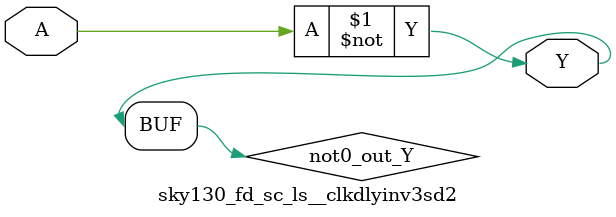
<source format=v>
/*
 * Copyright 2020 The SkyWater PDK Authors
 *
 * Licensed under the Apache License, Version 2.0 (the "License");
 * you may not use this file except in compliance with the License.
 * You may obtain a copy of the License at
 *
 *     https://www.apache.org/licenses/LICENSE-2.0
 *
 * Unless required by applicable law or agreed to in writing, software
 * distributed under the License is distributed on an "AS IS" BASIS,
 * WITHOUT WARRANTIES OR CONDITIONS OF ANY KIND, either express or implied.
 * See the License for the specific language governing permissions and
 * limitations under the License.
 *
 * SPDX-License-Identifier: Apache-2.0
*/


`ifndef SKY130_FD_SC_LS__CLKDLYINV3SD2_FUNCTIONAL_V
`define SKY130_FD_SC_LS__CLKDLYINV3SD2_FUNCTIONAL_V

/**
 * clkdlyinv3sd2: Clock Delay Inverter 3-stage 0.25um length inner
 *                stage gate.
 *
 * Verilog simulation functional model.
 */

`timescale 1ns / 1ps
`default_nettype none

`celldefine
module sky130_fd_sc_ls__clkdlyinv3sd2 (
    Y,
    A
);

    // Module ports
    output Y;
    input  A;

    // Local signals
    wire not0_out_Y;

    //  Name  Output      Other arguments
    not not0 (not0_out_Y, A              );
    buf buf0 (Y         , not0_out_Y     );

endmodule
`endcelldefine

`default_nettype wire
`endif  // SKY130_FD_SC_LS__CLKDLYINV3SD2_FUNCTIONAL_V

</source>
